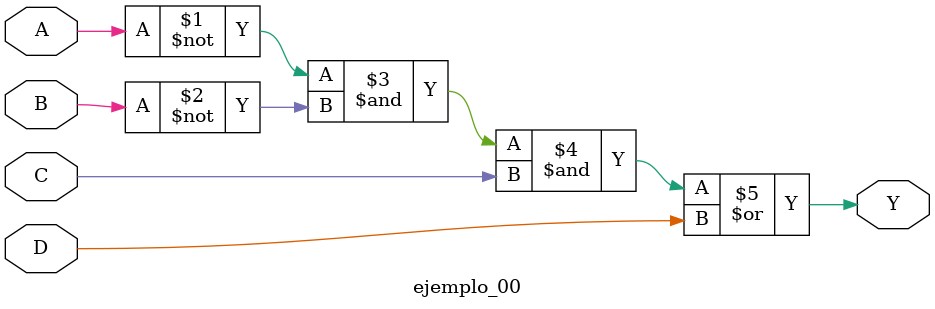
<source format=v>
module ejemplo_00 (
	input A, B, C, D,
	output Y
	);

	assign Y = (~A & ~B & C) | D;
	
endmodule	

</source>
